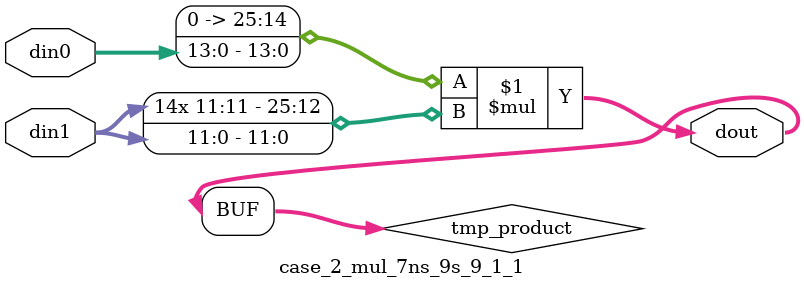
<source format=v>

`timescale 1 ns / 1 ps

 (* use_dsp = "no" *)  module case_2_mul_7ns_9s_9_1_1(din0, din1, dout);
parameter ID = 1;
parameter NUM_STAGE = 0;
parameter din0_WIDTH = 14;
parameter din1_WIDTH = 12;
parameter dout_WIDTH = 26;

input [din0_WIDTH - 1 : 0] din0; 
input [din1_WIDTH - 1 : 0] din1; 
output [dout_WIDTH - 1 : 0] dout;

wire signed [dout_WIDTH - 1 : 0] tmp_product;

























assign tmp_product = $signed({1'b0, din0}) * $signed(din1);










assign dout = tmp_product;





















endmodule

</source>
